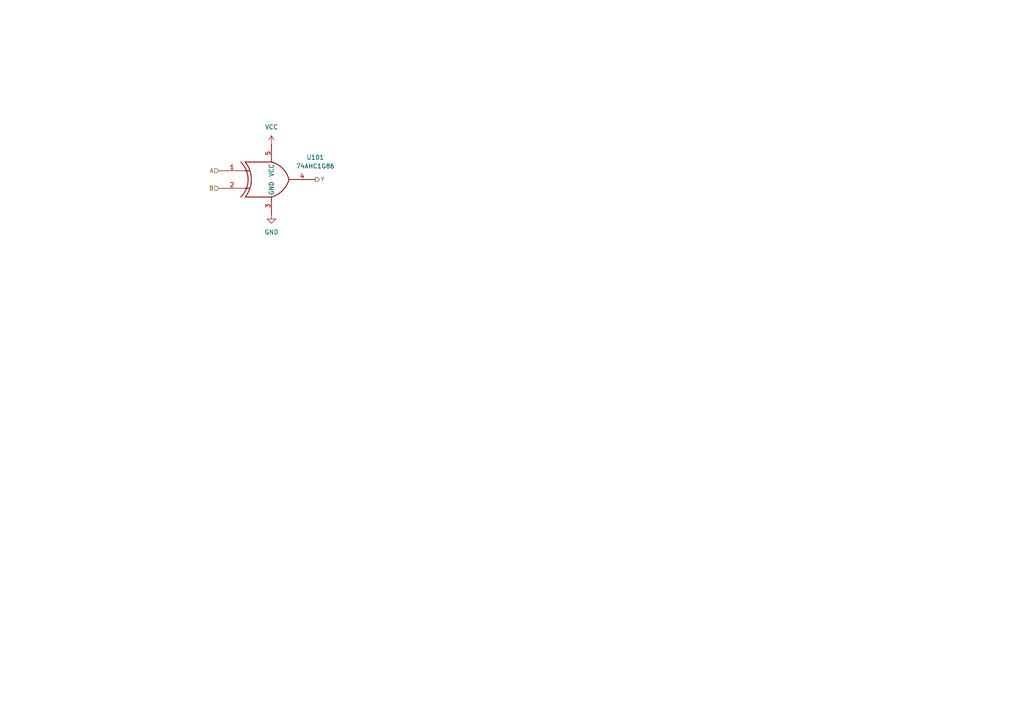
<source format=kicad_sch>
(kicad_sch (version 20250114) (generator "eeschema") (generator_version "9.0")
  (paper "A4")
  (lib_symbols
    (symbol "74xGxx:74AHC1G86"
      (property "Reference" "U" (at -2.54 3.81 0))
      (property "Value" "74AHC1G86" (at 0 -3.81 0))
      (symbol "74AHC1G86_0_1"
        (arc (start -8.89 5.08) (mid -6.7858 0) (end -8.89 -5.08) (stroke (width 0.254)))
        (arc (start -7.62 5.08) (mid -5.838 0) (end -7.62 -5.08) (stroke (width 0.254)))
        (polyline (pts (xy -7.62 2.54) (xy -6.35 2.54)) (stroke (width 0.254)) (fill (type background)))
        (polyline (pts (xy -7.62 -2.54) (xy -6.35 -2.54)) (stroke (width 0.254)) (fill (type background)))
        (arc (start 5.08 0) (mid 3.202 -3.202) (end 0 -5.08) (stroke (width 0.254)))
        (arc (start 0 5.08) (mid 3.2271 3.2271) (end 5.08 0) (stroke (width 0.254)))
        (polyline (pts (xy 0 5.08) (xy -7.62 5.08)) (stroke (width 0.254)) (fill (type background)))
        (polyline (pts (xy 0 -5.08) (xy -7.62 -5.08)) (stroke (width 0.254)) (fill (type background)))
      )
      (symbol "74AHC1G86_1_1"
        (pin input line (at -15.24 2.54 0) (length 7.62) (name "~") (number "1"))
        (pin input line (at -15.24 -2.54 0) (length 7.62) (name "~") (number "2"))
        (pin power_in line (at 0 10.16 270) (length 5.08) (name "VCC") (number "5"))
        (pin power_in line (at 0 -10.16 90) (length 5.08) (name "GND") (number "3"))
        (pin output line (at 12.7 0 180) (length 7.62) (name "~") (number "4"))
      )
    )
    (symbol "power:GND" (power) (pin_numbers (hide yes)) (pin_names (offset 0) (hide yes))
      (property "Value" "GND" (at 0 -3.81 0))
      (symbol "GND_0_1"
        (polyline (pts (xy 0 0) (xy 0 -1.27) (xy 1.27 -1.27) (xy 0 -2.54) (xy -1.27 -1.27) (xy 0 -1.27)))
      )
      (symbol "GND_1_1"
        (pin power_in line (at 0 0 270) (length 0) (name "~") (number "1"))
      )
    )
    (symbol "power:VCC" (power) (pin_numbers (hide yes)) (pin_names (offset 0) (hide yes))
      (property "Value" "VCC" (at 0 3.556 0))
      (symbol "VCC_0_1"
        (polyline (pts (xy -0.762 1.27) (xy 0 2.54)))
        (polyline (pts (xy 0 2.54) (xy 0.762 1.27)))
        (polyline (pts (xy 0 0) (xy 0 2.54)))
      )
      (symbol "VCC_1_1"
        (pin power_in line (at 0 0 90) (length 0) (name "~") (number "1"))
      )
    )
  )
  (hierarchical_label "A" (shape input) (at 63.5 49.53 180))
  (hierarchical_label "Y" (shape output) (at 91.44 52.07 0))
  (hierarchical_label "B" (shape input) (at 63.5 54.61 180))
  (symbol (lib_id "power:GND") (at 78.74 62.23 0) (unit 1)
    (property "Reference" "#PWR0101" (effects (hide yes)))
    (property "Value" "GND" (at 78.74 67.31 0))
    (property "Description" "Power symbol creates a global label with name \"GND\" , ground" (effects (hide yes)))
  )
  (symbol (lib_id "power:VCC") (at 78.74 41.91 0) (unit 1)
    (property "Reference" "#PWR0102" (effects (hide yes)))
    (property "Value" "VCC" (at 78.74 36.83 0))
    (property "Description" "Power symbol creates a global label with name \"VCC\"" (effects (hide yes)))
  )
  (symbol (lib_id "74xGxx:74AHC1G86") (at 78.74 52.07 0) (unit 1)
    (property "Reference" "U101" (at 91.44 45.6498 0))
    (property "Value" "74AHC1G86" (at 91.44 48.1898 0))
    (property "Datasheet" "http://www.ti.com/lit/sg/scyt129e/scyt129e.pdf" (effects (hide yes)))
    (property "Description" "Single XOR Gate, Low-Voltage CMOS" (effects (hide yes)))
  )
)
</source>
